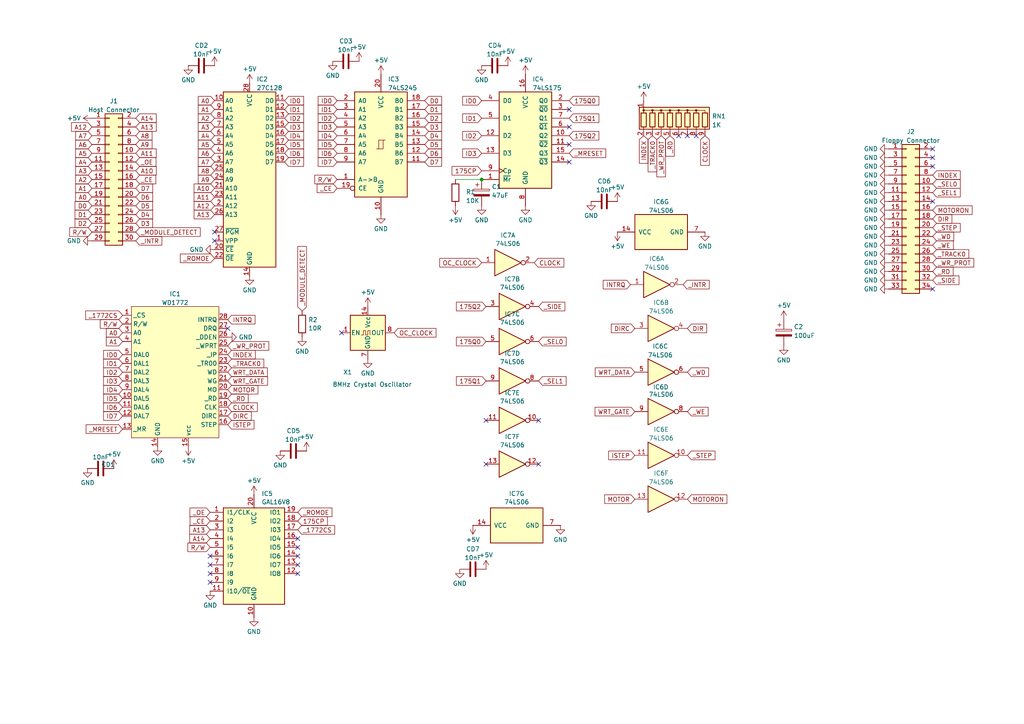
<source format=kicad_sch>
(kicad_sch (version 20231120) (generator "eeschema") (generator_version "8.0")
  (paper "A4")
  (junction (at 139.7 52.07))
  (no_connect (at 270.51 83.82))
  (no_connect (at 165.1 41.91))
  (no_connect (at 86.36 156.21))
  (no_connect (at 270.51 48.26))
  (no_connect (at 62.23 67.31))
  (no_connect (at 86.36 163.83))
  (no_connect (at 60.96 161.29))
  (no_connect (at 140.97 121.92))
  (no_connect (at 86.36 166.37))
  (no_connect (at 140.97 134.62))
  (no_connect (at 156.21 134.62))
  (no_connect (at 99.06 96.52))
  (no_connect (at 270.51 45.72))
  (no_connect (at 60.96 163.83))
  (no_connect (at 270.51 58.42))
  (no_connect (at 165.1 36.83))
  (no_connect (at 60.96 166.37))
  (no_connect (at 60.96 168.91))
  (no_connect (at 165.1 46.99))
  (no_connect (at 270.51 43.18))
  (no_connect (at 66.04 95.25))
  (no_connect (at 62.23 69.85))
  (no_connect (at 196.85 39.37))
  (no_connect (at 165.1 31.75))
  (no_connect (at 199.39 39.37))
  (no_connect (at 156.21 121.92))
  (no_connect (at 86.36 161.29))
  (no_connect (at 86.36 158.75))
  (no_connect (at 201.93 39.37))
  (wire (pts (xy 132.08 52.07) (xy 139.7 52.07)))
  (global_label "ID3" (shape input) (at 97.79 36.83 180) (property "Intersheetrefs" "${INTERSHEET_REFS}" (effects (hide yes))))
  (global_label "D2" (shape input) (at 26.67 64.77 180) (property "Intersheetrefs" "${INTERSHEET_REFS}" (effects (hide yes))))
  (global_label "A3" (shape input) (at 26.67 49.53 180) (property "Intersheetrefs" "${INTERSHEET_REFS}" (effects (hide yes))))
  (global_label "ID2" (shape input) (at 97.79 34.29 180) (property "Intersheetrefs" "${INTERSHEET_REFS}" (effects (hide yes))))
  (global_label "A7" (shape input) (at 26.67 39.37 180) (property "Intersheetrefs" "${INTERSHEET_REFS}" (effects (hide yes))))
  (global_label "A6" (shape input) (at 26.67 41.91 180) (property "Intersheetrefs" "${INTERSHEET_REFS}" (effects (hide yes))))
  (global_label "DIRC" (shape input) (at 184.15 95.25 180) (property "Intersheetrefs" "${INTERSHEET_REFS}" (effects (hide yes))))
  (global_label "A1" (shape input) (at 26.67 54.61 180) (property "Intersheetrefs" "${INTERSHEET_REFS}" (effects (hide yes))))
  (global_label "A8" (shape input) (at 39.37 39.37 0) (property "Intersheetrefs" "${INTERSHEET_REFS}" (effects (hide yes))))
  (global_label "D3" (shape input) (at 39.37 64.77 0) (property "Intersheetrefs" "${INTERSHEET_REFS}" (effects (hide yes))))
  (global_label "_WD" (shape input) (at 270.51 68.58 0) (property "Intersheetrefs" "${INTERSHEET_REFS}" (effects (hide yes))))
  (global_label "A0" (shape input) (at 26.67 57.15 180) (property "Intersheetrefs" "${INTERSHEET_REFS}" (effects (hide yes))))
  (global_label "A5" (shape input) (at 62.23 41.91 180) (property "Intersheetrefs" "${INTERSHEET_REFS}" (effects (hide yes))))
  (global_label "ID1" (shape input) (at 97.79 31.75 180) (property "Intersheetrefs" "${INTERSHEET_REFS}" (effects (hide yes))))
  (global_label "MOTOR" (shape input) (at 66.04 113.03 0) (property "Intersheetrefs" "${INTERSHEET_REFS}" (effects (hide yes))))
  (global_label "_TRACK0" (shape input) (at 66.04 105.41 0) (property "Intersheetrefs" "${INTERSHEET_REFS}" (effects (hide yes))))
  (global_label "D0" (shape input) (at 26.67 59.69 180) (property "Intersheetrefs" "${INTERSHEET_REFS}" (effects (hide yes))))
  (global_label "_STEP" (shape input) (at 270.51 66.04 0) (property "Intersheetrefs" "${INTERSHEET_REFS}" (effects (hide yes))))
  (global_label "_RD" (shape input) (at 194.31 39.37 270) (property "Intersheetrefs" "${INTERSHEET_REFS}" (effects (hide yes))))
  (global_label "_OE" (shape input) (at 39.37 46.99 0) (property "Intersheetrefs" "${INTERSHEET_REFS}" (effects (hide yes))))
  (global_label "_WR_PROT" (shape input) (at 270.51 76.2 0) (property "Intersheetrefs" "${INTERSHEET_REFS}" (effects (hide yes))))
  (global_label "A2" (shape input) (at 26.67 52.07 180) (property "Intersheetrefs" "${INTERSHEET_REFS}" (effects (hide yes))))
  (global_label "_MODULE_DETECT" (shape input) (at 39.37 67.31 0) (property "Intersheetrefs" "${INTERSHEET_REFS}" (effects (hide yes))))
  (global_label "ID5" (shape input) (at 35.56 115.57 180) (property "Intersheetrefs" "${INTERSHEET_REFS}" (effects (hide yes))))
  (global_label "R{slash}W" (shape input) (at 60.96 158.75 180) (property "Intersheetrefs" "${INTERSHEET_REFS}" (effects (hide yes))))
  (global_label "ID2" (shape input) (at 139.7 39.37 180) (property "Intersheetrefs" "${INTERSHEET_REFS}" (effects (hide yes))))
  (global_label "175CP" (shape input) (at 139.7 49.53 180) (property "Intersheetrefs" "${INTERSHEET_REFS}" (effects (hide yes))))
  (global_label "CLOCK" (shape input) (at 154.94 76.2 0) (property "Intersheetrefs" "${INTERSHEET_REFS}" (effects (hide yes))))
  (global_label "D4" (shape input) (at 123.19 39.37 0) (property "Intersheetrefs" "${INTERSHEET_REFS}" (effects (hide yes))))
  (global_label "D6" (shape input) (at 123.19 44.45 0) (property "Intersheetrefs" "${INTERSHEET_REFS}" (effects (hide yes))))
  (global_label "ID6" (shape input) (at 35.56 118.11 180) (property "Intersheetrefs" "${INTERSHEET_REFS}" (effects (hide yes))))
  (global_label "_SEL0" (shape input) (at 156.21 99.06 0) (property "Intersheetrefs" "${INTERSHEET_REFS}" (effects (hide yes))))
  (global_label "_STEP" (shape input) (at 199.39 132.08 0) (property "Intersheetrefs" "${INTERSHEET_REFS}" (effects (hide yes))))
  (global_label "_INTR" (shape input) (at 39.37 69.85 0) (property "Intersheetrefs" "${INTERSHEET_REFS}" (effects (hide yes))))
  (global_label "ID3" (shape input) (at 82.55 36.83 0) (property "Intersheetrefs" "${INTERSHEET_REFS}" (effects (hide yes))))
  (global_label "A10" (shape input) (at 39.37 49.53 0) (property "Intersheetrefs" "${INTERSHEET_REFS}" (effects (hide yes))))
  (global_label "ID4" (shape input) (at 97.79 39.37 180) (property "Intersheetrefs" "${INTERSHEET_REFS}" (effects (hide yes))))
  (global_label "_TRACK0" (shape input) (at 270.51 73.66 0) (property "Intersheetrefs" "${INTERSHEET_REFS}" (effects (hide yes))))
  (global_label "_1772CS" (shape input) (at 86.36 153.67 0) (property "Intersheetrefs" "${INTERSHEET_REFS}" (effects (hide yes))))
  (global_label "_TRACK0" (shape input) (at 189.23 39.37 270) (property "Intersheetrefs" "${INTERSHEET_REFS}" (effects (hide yes))))
  (global_label "_WD" (shape input) (at 199.39 107.95 0) (property "Intersheetrefs" "${INTERSHEET_REFS}" (effects (hide yes))))
  (global_label "ID4" (shape input) (at 82.55 39.37 0) (property "Intersheetrefs" "${INTERSHEET_REFS}" (effects (hide yes))))
  (global_label "_RD" (shape input) (at 270.51 78.74 0) (property "Intersheetrefs" "${INTERSHEET_REFS}" (effects (hide yes))))
  (global_label "A12" (shape input) (at 26.67 36.83 180) (property "Intersheetrefs" "${INTERSHEET_REFS}" (effects (hide yes))))
  (global_label "A9" (shape input) (at 62.23 52.07 180) (property "Intersheetrefs" "${INTERSHEET_REFS}" (effects (hide yes))))
  (global_label "ID1" (shape input) (at 139.7 34.29 180) (property "Intersheetrefs" "${INTERSHEET_REFS}" (effects (hide yes))))
  (global_label "A0" (shape input) (at 35.56 96.52 180) (property "Intersheetrefs" "${INTERSHEET_REFS}" (effects (hide yes))))
  (global_label "WRT_GATE" (shape input) (at 66.04 110.49 0) (property "Intersheetrefs" "${INTERSHEET_REFS}" (effects (hide yes))))
  (global_label "ID6" (shape input) (at 82.55 44.45 0) (property "Intersheetrefs" "${INTERSHEET_REFS}" (effects (hide yes))))
  (global_label "ID3" (shape input) (at 35.56 110.49 180) (property "Intersheetrefs" "${INTERSHEET_REFS}" (effects (hide yes))))
  (global_label "ID7" (shape input) (at 35.56 120.65 180) (property "Intersheetrefs" "${INTERSHEET_REFS}" (effects (hide yes))))
  (global_label "_SEL0" (shape input) (at 270.51 53.34 0) (property "Intersheetrefs" "${INTERSHEET_REFS}" (effects (hide yes))))
  (global_label "A3" (shape input) (at 62.23 36.83 180) (property "Intersheetrefs" "${INTERSHEET_REFS}" (effects (hide yes))))
  (global_label "D7" (shape input) (at 39.37 54.61 0) (property "Intersheetrefs" "${INTERSHEET_REFS}" (effects (hide yes))))
  (global_label "A4" (shape input) (at 62.23 39.37 180) (property "Intersheetrefs" "${INTERSHEET_REFS}" (effects (hide yes))))
  (global_label "D1" (shape input) (at 123.19 31.75 0) (property "Intersheetrefs" "${INTERSHEET_REFS}" (effects (hide yes))))
  (global_label "ISTEP" (shape input) (at 66.04 123.19 0) (property "Intersheetrefs" "${INTERSHEET_REFS}" (effects (hide yes))))
  (global_label "D0" (shape input) (at 123.19 29.21 0) (property "Intersheetrefs" "${INTERSHEET_REFS}" (effects (hide yes))))
  (global_label "_WE" (shape input) (at 270.51 71.12 0) (property "Intersheetrefs" "${INTERSHEET_REFS}" (effects (hide yes))))
  (global_label "_SEL1" (shape input) (at 270.51 55.88 0) (property "Intersheetrefs" "${INTERSHEET_REFS}" (effects (hide yes))))
  (global_label "ID4" (shape input) (at 35.56 113.03 180) (property "Intersheetrefs" "${INTERSHEET_REFS}" (effects (hide yes))))
  (global_label "A0" (shape input) (at 62.23 29.21 180) (property "Intersheetrefs" "${INTERSHEET_REFS}" (effects (hide yes))))
  (global_label "DIR" (shape input) (at 199.39 95.25 0) (property "Intersheetrefs" "${INTERSHEET_REFS}" (effects (hide yes))))
  (global_label "R{slash}W" (shape input) (at 97.79 52.07 180) (property "Intersheetrefs" "${INTERSHEET_REFS}" (effects (hide yes))))
  (global_label "D7" (shape input) (at 123.19 46.99 0) (property "Intersheetrefs" "${INTERSHEET_REFS}" (effects (hide yes))))
  (global_label "WRT_DATA" (shape input) (at 184.15 107.95 180) (property "Intersheetrefs" "${INTERSHEET_REFS}" (effects (hide yes))))
  (global_label "A9" (shape input) (at 39.37 41.91 0) (property "Intersheetrefs" "${INTERSHEET_REFS}" (effects (hide yes))))
  (global_label "DIRC" (shape input) (at 66.04 120.65 0) (property "Intersheetrefs" "${INTERSHEET_REFS}" (effects (hide yes))))
  (global_label "_SIDE" (shape input) (at 270.51 81.28 0) (property "Intersheetrefs" "${INTERSHEET_REFS}" (effects (hide yes))))
  (global_label "_CE" (shape input) (at 97.79 54.61 180) (property "Intersheetrefs" "${INTERSHEET_REFS}" (effects (hide yes))))
  (global_label "ID2" (shape input) (at 35.56 107.95 180) (property "Intersheetrefs" "${INTERSHEET_REFS}" (effects (hide yes))))
  (global_label "_1772CS" (shape input) (at 35.56 91.44 180) (property "Intersheetrefs" "${INTERSHEET_REFS}" (effects (hide yes))))
  (global_label "175Q0" (shape input) (at 165.1 29.21 0) (property "Intersheetrefs" "${INTERSHEET_REFS}" (effects (hide yes))))
  (global_label "ID2" (shape input) (at 82.55 34.29 0) (property "Intersheetrefs" "${INTERSHEET_REFS}" (effects (hide yes))))
  (global_label "CLOCK" (shape input) (at 204.47 39.37 270) (property "Intersheetrefs" "${INTERSHEET_REFS}" (effects (hide yes))))
  (global_label "A1" (shape input) (at 35.56 99.06 180) (property "Intersheetrefs" "${INTERSHEET_REFS}" (effects (hide yes))))
  (global_label "MOTOR" (shape input) (at 184.15 144.78 180) (property "Intersheetrefs" "${INTERSHEET_REFS}" (effects (hide yes))))
  (global_label "_ROMOE" (shape input) (at 86.36 148.59 0) (property "Intersheetrefs" "${INTERSHEET_REFS}" (effects (hide yes))))
  (global_label "_INTR" (shape input) (at 198.12 82.55 0) (property "Intersheetrefs" "${INTERSHEET_REFS}" (effects (hide yes))))
  (global_label "INTRQ" (shape input) (at 66.04 92.71 0) (property "Intersheetrefs" "${INTERSHEET_REFS}" (effects (hide yes))))
  (global_label "_WR_PROT" (shape input) (at 191.77 39.37 270) (property "Intersheetrefs" "${INTERSHEET_REFS}" (effects (hide yes))))
  (global_label "A1" (shape input) (at 62.23 31.75 180) (property "Intersheetrefs" "${INTERSHEET_REFS}" (effects (hide yes))))
  (global_label "ID6" (shape input) (at 97.79 44.45 180) (property "Intersheetrefs" "${INTERSHEET_REFS}" (effects (hide yes))))
  (global_label "_WR_PROT" (shape input) (at 66.04 100.33 0) (property "Intersheetrefs" "${INTERSHEET_REFS}" (effects (hide yes))))
  (global_label "OC_CLOCK" (shape input) (at 139.7 76.2 180) (property "Intersheetrefs" "${INTERSHEET_REFS}" (effects (hide yes))))
  (global_label "ID0" (shape input) (at 35.56 102.87 180) (property "Intersheetrefs" "${INTERSHEET_REFS}" (effects (hide yes))))
  (global_label "_OE" (shape input) (at 60.96 148.59 180) (property "Intersheetrefs" "${INTERSHEET_REFS}" (effects (hide yes))))
  (global_label "INTRQ" (shape input) (at 182.88 82.55 180) (property "Intersheetrefs" "${INTERSHEET_REFS}" (effects (hide yes))))
  (global_label "D5" (shape input) (at 39.37 59.69 0) (property "Intersheetrefs" "${INTERSHEET_REFS}" (effects (hide yes))))
  (global_label "A8" (shape input) (at 62.23 49.53 180) (property "Intersheetrefs" "${INTERSHEET_REFS}" (effects (hide yes))))
  (global_label "_MRESET" (shape input) (at 165.1 44.45 0) (property "Intersheetrefs" "${INTERSHEET_REFS}" (effects (hide yes))))
  (global_label "ID3" (shape input) (at 139.7 44.45 180) (property "Intersheetrefs" "${INTERSHEET_REFS}" (effects (hide yes))))
  (global_label "A10" (shape input) (at 62.23 54.61 180) (property "Intersheetrefs" "${INTERSHEET_REFS}" (effects (hide yes))))
  (global_label "A11" (shape input) (at 62.23 57.15 180) (property "Intersheetrefs" "${INTERSHEET_REFS}" (effects (hide yes))))
  (global_label "ID7" (shape input) (at 82.55 46.99 0) (property "Intersheetrefs" "${INTERSHEET_REFS}" (effects (hide yes))))
  (global_label "175Q1" (shape input) (at 165.1 34.29 0) (property "Intersheetrefs" "${INTERSHEET_REFS}" (effects (hide yes))))
  (global_label "175Q2" (shape input) (at 165.1 39.37 0) (property "Intersheetrefs" "${INTERSHEET_REFS}" (effects (hide yes))))
  (global_label "ISTEP" (shape input) (at 184.15 132.08 180) (property "Intersheetrefs" "${INTERSHEET_REFS}" (effects (hide yes))))
  (global_label "INDEX" (shape input) (at 270.51 50.8 0) (property "Intersheetrefs" "${INTERSHEET_REFS}" (effects (hide yes))))
  (global_label "D2" (shape input) (at 123.19 34.29 0) (property "Intersheetrefs" "${INTERSHEET_REFS}" (effects (hide yes))))
  (global_label "R{slash}W" (shape input) (at 35.56 93.98 180) (property "Intersheetrefs" "${INTERSHEET_REFS}" (effects (hide yes))))
  (global_label "175Q1" (shape input) (at 140.97 110.49 180) (property "Intersheetrefs" "${INTERSHEET_REFS}" (effects (hide yes))))
  (global_label "A13" (shape input) (at 39.37 36.83 0) (property "Intersheetrefs" "${INTERSHEET_REFS}" (effects (hide yes))))
  (global_label "INDEX" (shape input) (at 66.04 102.87 0) (property "Intersheetrefs" "${INTERSHEET_REFS}" (effects (hide yes))))
  (global_label "ID1" (shape input) (at 82.55 31.75 0) (property "Intersheetrefs" "${INTERSHEET_REFS}" (effects (hide yes))))
  (global_label "ID5" (shape input) (at 82.55 41.91 0) (property "Intersheetrefs" "${INTERSHEET_REFS}" (effects (hide yes))))
  (global_label "_MRESET" (shape input) (at 35.56 124.46 180) (property "Intersheetrefs" "${INTERSHEET_REFS}" (effects (hide yes))))
  (global_label "D1" (shape input) (at 26.67 62.23 180) (property "Intersheetrefs" "${INTERSHEET_REFS}" (effects (hide yes))))
  (global_label "175Q0" (shape input) (at 140.97 99.06 180) (property "Intersheetrefs" "${INTERSHEET_REFS}" (effects (hide yes))))
  (global_label "A13" (shape input) (at 62.23 62.23 180) (property "Intersheetrefs" "${INTERSHEET_REFS}" (effects (hide yes))))
  (global_label "_CE" (shape input) (at 39.37 52.07 0) (property "Intersheetrefs" "${INTERSHEET_REFS}" (effects (hide yes))))
  (global_label "_ROMOE" (shape input) (at 62.23 74.93 180) (property "Intersheetrefs" "${INTERSHEET_REFS}" (effects (hide yes))))
  (global_label "MOTORON" (shape input) (at 199.39 144.78 0) (property "Intersheetrefs" "${INTERSHEET_REFS}" (effects (hide yes))))
  (global_label "_SIDE" (shape input) (at 156.21 88.9 0) (property "Intersheetrefs" "${INTERSHEET_REFS}" (effects (hide yes))))
  (global_label "A12" (shape input) (at 62.23 59.69 180) (property "Intersheetrefs" "${INTERSHEET_REFS}" (effects (hide yes))))
  (global_label "ID0" (shape input) (at 82.55 29.21 0) (property "Intersheetrefs" "${INTERSHEET_REFS}" (effects (hide yes))))
  (global_label "_CE" (shape input) (at 60.96 151.13 180) (property "Intersheetrefs" "${INTERSHEET_REFS}" (effects (hide yes))))
  (global_label "A14" (shape input) (at 39.37 34.29 0) (property "Intersheetrefs" "${INTERSHEET_REFS}" (effects (hide yes))))
  (global_label "D5" (shape input) (at 123.19 41.91 0) (property "Intersheetrefs" "${INTERSHEET_REFS}" (effects (hide yes))))
  (global_label "175CP" (shape input) (at 86.36 151.13 0) (property "Intersheetrefs" "${INTERSHEET_REFS}" (effects (hide yes))))
  (global_label "A7" (shape input) (at 62.23 46.99 180) (property "Intersheetrefs" "${INTERSHEET_REFS}" (effects (hide yes))))
  (global_label "_RD" (shape input) (at 66.04 115.57 0) (property "Intersheetrefs" "${INTERSHEET_REFS}" (effects (hide yes))))
  (global_label "_SEL1" (shape input) (at 156.21 110.49 0) (property "Intersheetrefs" "${INTERSHEET_REFS}" (effects (hide yes))))
  (global_label "A14" (shape input) (at 60.96 156.21 180) (property "Intersheetrefs" "${INTERSHEET_REFS}" (effects (hide yes))))
  (global_label "A11" (shape input) (at 39.37 44.45 0) (property "Intersheetrefs" "${INTERSHEET_REFS}" (effects (hide yes))))
  (global_label "A2" (shape input) (at 62.23 34.29 180) (property "Intersheetrefs" "${INTERSHEET_REFS}" (effects (hide yes))))
  (global_label "D4" (shape input) (at 39.37 62.23 0) (property "Intersheetrefs" "${INTERSHEET_REFS}" (effects (hide yes))))
  (global_label "ID0" (shape input) (at 139.7 29.21 180) (property "Intersheetrefs" "${INTERSHEET_REFS}" (effects (hide yes))))
  (global_label "INDEX" (shape input) (at 186.69 39.37 270) (property "Intersheetrefs" "${INTERSHEET_REFS}" (effects (hide yes))))
  (global_label "ID0" (shape input) (at 97.79 29.21 180) (property "Intersheetrefs" "${INTERSHEET_REFS}" (effects (hide yes))))
  (global_label "175Q2" (shape input) (at 140.97 88.9 180) (property "Intersheetrefs" "${INTERSHEET_REFS}" (effects (hide yes))))
  (global_label "OC_CLOCK" (shape input) (at 114.3 96.52 0) (property "Intersheetrefs" "${INTERSHEET_REFS}" (effects (hide yes))))
  (global_label "D3" (shape input) (at 123.19 36.83 0) (property "Intersheetrefs" "${INTERSHEET_REFS}" (effects (hide yes))))
  (global_label "ID1" (shape input) (at 35.56 105.41 180) (property "Intersheetrefs" "${INTERSHEET_REFS}" (effects (hide yes))))
  (global_label "D6" (shape input) (at 39.37 57.15 0) (property "Intersheetrefs" "${INTERSHEET_REFS}" (effects (hide yes))))
  (global_label "A4" (shape input) (at 26.67 46.99 180) (property "Intersheetrefs" "${INTERSHEET_REFS}" (effects (hide yes))))
  (global_label "MOTORON" (shape input) (at 270.51 60.96 0) (property "Intersheetrefs" "${INTERSHEET_REFS}" (effects (hide yes))))
  (global_label "ID7" (shape input) (at 97.79 46.99 180) (property "Intersheetrefs" "${INTERSHEET_REFS}" (effects (hide yes))))
  (global_label "R{slash}W" (shape input) (at 26.67 67.31 180) (property "Intersheetrefs" "${INTERSHEET_REFS}" (effects (hide yes))))
  (global_label "A5" (shape input) (at 26.67 44.45 180) (property "Intersheetrefs" "${INTERSHEET_REFS}" (effects (hide yes))))
  (global_label "WRT_GATE" (shape input) (at 184.15 119.38 180) (property "Intersheetrefs" "${INTERSHEET_REFS}" (effects (hide yes))))
  (global_label "_MODULE_DETECT" (shape input) (at 87.63 90.17 90) (property "Intersheetrefs" "${INTERSHEET_REFS}" (effects (hide yes))))
  (global_label "A6" (shape input) (at 62.23 44.45 180) (property "Intersheetrefs" "${INTERSHEET_REFS}" (effects (hide yes))))
  (global_label "DIR" (shape input) (at 270.51 63.5 0) (property "Intersheetrefs" "${INTERSHEET_REFS}" (effects (hide yes))))
  (global_label "CLOCK" (shape input) (at 66.04 118.11 0) (property "Intersheetrefs" "${INTERSHEET_REFS}" (effects (hide yes))))
  (global_label "ID5" (shape input) (at 97.79 41.91 180) (property "Intersheetrefs" "${INTERSHEET_REFS}" (effects (hide yes))))
  (global_label "A13" (shape input) (at 60.96 153.67 180) (property "Intersheetrefs" "${INTERSHEET_REFS}" (effects (hide yes))))
  (global_label "WRT_DATA" (shape input) (at 66.04 107.95 0) (property "Intersheetrefs" "${INTERSHEET_REFS}" (effects (hide yes))))
  (global_label "_WE" (shape input) (at 199.39 119.38 0) (property "Intersheetrefs" "${INTERSHEET_REFS}" (effects (hide yes))))
  (symbol (lib_name "GND_1") (lib_id "power:GND") (at 26.67 69.85 270) (unit 1)
    (property "Reference" "#PWR03" (effects (hide yes)))
    (property "Value" "GND" (at 23.4951 69.85 90) (effects (justify right)))
    (property "Description" "Power symbol creates a global label with name \"GND\" , ground" (effects (hide yes)))
  )
  (symbol (lib_id "74xx:74LS06") (at 191.77 107.95 0) (unit 3)
    (property "Reference" "IC6" (at 191.516 100.4402 0))
    (property "Value" "74LS06" (at 191.516 102.9771 0))
    (property "Footprint" "Package_DIP:DIP-14_W7.62mm" (effects (hide yes)))
    (property "Datasheet" "http://www.ti.com/lit/gpn/sn74LS06" (effects (hide yes)))
  )
  (symbol (lib_id "Connector_Generic:Conn_02x15_Odd_Even") (at 31.75 52.07 0) (unit 1)
    (property "Reference" "J1" (at 33.02 29.3202 0))
    (property "Value" "Host Connector" (at 33.02 31.8571 0))
    (property "Footprint" "Connector_PinSocket_2.54mm:PinSocket_2x15_P2.54mm_Horizontal" (effects (hide yes)))
  )
  (symbol (lib_name "GND_5") (lib_id "power:GND") (at 162.56 152.4 0) (unit 1)
    (property "Reference" "#PWR028" (effects (hide yes)))
    (property "Value" "GND" (at 162.56 156.5331 0))
    (property "Description" "Power symbol creates a global label with name \"GND\" , ground" (effects (hide yes)))
  )
  (symbol (lib_id "Device:R_Network08") (at 196.85 34.29 0) (unit 1)
    (property "Reference" "RN1" (at 206.502 33.7093 0) (effects (justify left)))
    (property "Value" "1K" (at 206.502 36.2462 0) (effects (justify left)))
    (property "Footprint" "Resistor_THT:R_Array_SIP9" (effects (hide yes)))
    (property "Datasheet" "http://www.vishay.com/docs/31509/csc.pdf" (effects (hide yes)))
  )
  (symbol (lib_name "+5V_3") (lib_id "power:+5V") (at 132.08 59.69 180) (unit 1)
    (property "Reference" "#PWR017" (effects (hide yes)))
    (property "Value" "+5V" (at 132.08 63.8231 0))
    (property "Description" "Power symbol creates a global label with name \"+5V\"" (effects (hide yes)))
  )
  (symbol (lib_id "Device:C_Polarized") (at 139.7 55.88 0) (unit 1)
    (property "Reference" "C1" (at 142.621 54.1563 0) (effects (justify left)))
    (property "Value" "47uF" (at 142.621 56.6932 0) (effects (justify left)))
    (property "Footprint" "Capacitor_THT:CP_Radial_D8.0mm_P3.80mm" (effects (hide yes)))
  )
  (symbol (lib_name "GND_5") (lib_id "power:GND") (at 257.81 50.8 270) (unit 1)
    (property "Reference" "#PWR032" (effects (hide yes)))
    (property "Value" "GND" (at 254.6351 50.8 90) (effects (justify right)))
    (property "Description" "Power symbol creates a global label with name \"GND\" , ground" (effects (hide yes)))
  )
  (symbol (lib_name "+5V_2") (lib_id "power:+5V") (at 62.23 19.05 0) (unit 1)
    (property "Reference" "#PWR08" (effects (hide yes)))
    (property "Value" "+5V" (at 62.23 14.9169 0))
    (property "Description" "Power symbol creates a global label with name \"+5V\"" (effects (hide yes)))
  )
  (symbol (lib_name "GND_5") (lib_id "power:GND") (at 257.81 53.34 270) (unit 1)
    (property "Reference" "#PWR033" (effects (hide yes)))
    (property "Value" "GND" (at 254.6351 53.34 90) (effects (justify right)))
    (property "Description" "Power symbol creates a global label with name \"GND\" , ground" (effects (hide yes)))
  )
  (symbol (lib_id "74xx:74LS245") (at 110.49 41.91 0) (unit 1)
    (property "Reference" "IC3" (at 112.5094 22.9702 0) (effects (justify left)))
    (property "Value" "74LS245" (at 112.5094 25.5071 0) (effects (justify left)))
    (property "Footprint" "Package_DIP:DIP-20_W7.62mm" (effects (hide yes)))
    (property "Datasheet" "http://www.ti.com/lit/gpn/sn74LS245" (effects (hide yes)))
  )
  (symbol (lib_name "GND_5") (lib_id "power:GND") (at 227.33 100.33 0) (unit 1)
    (property "Reference" "#PWR052" (effects (hide yes)))
    (property "Value" "GND" (at 227.33 104.4631 0))
    (property "Description" "Power symbol creates a global label with name \"GND\" , ground" (effects (hide yes)))
  )
  (symbol (lib_id "Device:C") (at 175.26 58.42 270) (unit 1)
    (property "Reference" "CD6" (at 175.26 52.5612 90))
    (property "Value" "10nF" (at 175.26 55.0981 90))
    (property "Footprint" "Capacitor_SMD:C_0805_2012Metric_Pad1.18x1.45mm_HandSolder" (effects (hide yes)))
  )
  (symbol (lib_name "GND_4") (lib_id "power:GND") (at 139.7 19.05 0) (unit 1)
    (property "Reference" "#PWR021" (effects (hide yes)))
    (property "Value" "GND" (at 139.7 23.1831 0))
    (property "Description" "Power symbol creates a global label with name \"GND\" , ground" (effects (hide yes)))
  )
  (symbol (lib_id "Device:C") (at 100.33 17.78 270) (unit 1)
    (property "Reference" "CD3" (at 100.33 11.9212 90))
    (property "Value" "10nF" (at 100.33 14.4581 90))
    (property "Footprint" "Capacitor_SMD:C_0805_2012Metric_Pad1.18x1.45mm_HandSolder" (effects (hide yes)))
  )
  (symbol (lib_id "Device:C") (at 143.51 19.05 270) (unit 1)
    (property "Reference" "CD4" (at 143.51 13.1912 90))
    (property "Value" "10nF" (at 143.51 15.7281 90))
    (property "Footprint" "Capacitor_SMD:C_0805_2012Metric_Pad1.18x1.45mm_HandSolder" (effects (hide yes)))
  )
  (symbol (lib_name "+5V_2") (lib_id "power:+5V") (at 110.49 21.59 0) (unit 1)
    (property "Reference" "#PWR012" (effects (hide yes)))
    (property "Value" "+5V" (at 110.49 17.4569 0))
    (property "Description" "Power symbol creates a global label with name \"+5V\"" (effects (hide yes)))
  )
  (symbol (lib_id "Device:R") (at 87.63 93.98 0) (unit 1)
    (property "Reference" "R2" (at 89.408 92.7678 0) (effects (justify left)))
    (property "Value" "10R" (at 89.408 95.1921 0) (effects (justify left)))
    (property "Footprint" "Resistor_THT:R_Axial_DIN0207_L6.3mm_D2.5mm_P10.16mm_Horizontal" (effects (hide yes)))
    (property "Description" "Resistor" (effects (hide yes)))
  )
  (symbol (lib_id "Device:C") (at 85.09 130.81 270) (unit 1)
    (property "Reference" "CD5" (at 85.09 124.9512 90))
    (property "Value" "10nF" (at 85.09 127.4881 90))
    (property "Footprint" "Capacitor_SMD:C_0805_2012Metric_Pad1.18x1.45mm_HandSolder" (effects (hide yes)))
  )
  (symbol (lib_name "+5V_1") (lib_id "power:+5V") (at 26.67 34.29 90) (unit 1)
    (property "Reference" "#PWR02" (effects (hide yes)))
    (property "Value" "+5V" (at 23.4951 34.29 90) (effects (justify left)))
    (property "Description" "Power symbol creates a global label with name \"+5V\"" (effects (hide yes)))
  )
  (symbol (lib_name "GND_5") (lib_id "power:GND") (at 257.81 78.74 270) (unit 1)
    (property "Reference" "#PWR043" (effects (hide yes)))
    (property "Value" "GND" (at 254.6351 78.74 90) (effects (justify right)))
    (property "Description" "Power symbol creates a global label with name \"GND\" , ground" (effects (hide yes)))
  )
  (symbol (lib_id "74xx:74LS06") (at 191.77 144.78 0) (unit 6)
    (property "Reference" "IC6" (at 191.77 137.2702 0))
    (property "Value" "74LS06" (at 191.77 139.8071 0))
    (property "Footprint" "Package_DIP:DIP-14_W7.62mm" (effects (hide yes)))
    (property "Datasheet" "http://www.ti.com/lit/gpn/sn74LS06" (effects (hide yes)))
  )
  (symbol (lib_id "74xx:74LS06") (at 148.59 121.92 0) (unit 5)
    (property "Reference" "IC7" (at 148.59 113.9655 0))
    (property "Value" "74LS06" (at 148.59 116.3898 0))
    (property "Footprint" "Package_DIP:DIP-14_W7.62mm" (effects (hide yes)))
    (property "Datasheet" "http://www.ti.com/lit/gpn/sn74LS06" (effects (hide yes)))
    (property "Description" "Inverter Open Collect" (effects (hide yes)))
  )
  (symbol (lib_id "74xx:74LS06") (at 148.59 110.49 0) (unit 4)
    (property "Reference" "IC7" (at 148.59 102.5355 0))
    (property "Value" "74LS06" (at 148.59 104.9598 0))
    (property "Footprint" "Package_DIP:DIP-14_W7.62mm" (effects (hide yes)))
    (property "Datasheet" "http://www.ti.com/lit/gpn/sn74LS06" (effects (hide yes)))
    (property "Description" "Inverter Open Collect" (effects (hide yes)))
  )
  (symbol (lib_id "Oscillator:CXO_DIP14") (at 106.68 96.52 0) (unit 1)
    (property "Reference" "X1" (at 100.838 107.95 0))
    (property "Value" "8MHz Crystal Oscillator" (at 107.95 111.506 0))
    (property "Footprint" "Oscillator:Oscillator_DIP-14" (effects (hide yes)))
    (property "Datasheet" "http://cdn-reichelt.de/documents/datenblatt/B400/OSZI.pdf" (effects (hide yes)))
    (property "Description" "Crystal Clock Oscillator, DIP14-style metal package" (effects (hide yes)))
  )
  (symbol (lib_name "+5V_3") (lib_id "power:+5V") (at 227.33 92.71 0) (unit 1)
    (property "Reference" "#PWR057" (effects (hide yes)))
    (property "Value" "+5V" (at 227.33 88.5769 0))
    (property "Description" "Power symbol creates a global label with name \"+5V\"" (effects (hide yes)))
  )
  (symbol (lib_id "74xx:74LS06") (at 148.59 134.62 0) (unit 6)
    (property "Reference" "IC7" (at 148.59 126.6655 0))
    (property "Value" "74LS06" (at 148.59 129.0898 0))
    (property "Footprint" "Package_DIP:DIP-14_W7.62mm" (effects (hide yes)))
    (property "Datasheet" "http://www.ti.com/lit/gpn/sn74LS06" (effects (hide yes)))
    (property "Description" "Inverter Open Collect" (effects (hide yes)))
  )
  (symbol (lib_name "+5V_3") (lib_id "power:+5V") (at 73.66 143.51 0) (unit 1)
    (property "Reference" "#PWR05" (effects (hide yes)))
    (property "Value" "+5V" (at 73.66 139.3769 0))
    (property "Description" "Power symbol creates a global label with name \"+5V\"" (effects (hide yes)))
  )
  (symbol (lib_name "GND_5") (lib_id "power:GND") (at 257.81 71.12 270) (unit 1)
    (property "Reference" "#PWR040" (effects (hide yes)))
    (property "Value" "GND" (at 254.6351 71.12 90) (effects (justify right)))
    (property "Description" "Power symbol creates a global label with name \"GND\" , ground" (effects (hide yes)))
  )
  (symbol (lib_name "+5V_2") (lib_id "power:+5V") (at 104.14 17.78 0) (unit 1)
    (property "Reference" "#PWR023" (effects (hide yes)))
    (property "Value" "+5V" (at 104.14 13.6469 0))
    (property "Description" "Power symbol creates a global label with name \"+5V\"" (effects (hide yes)))
  )
  (symbol (lib_id "74xx:74LS06") (at 149.86 152.4 90) (unit 7)
    (property "Reference" "IC7" (at 149.86 143.1755 90))
    (property "Value" "74LS06" (at 149.86 145.5998 90))
    (property "Footprint" "Package_DIP:DIP-14_W7.62mm" (effects (hide yes)))
    (property "Datasheet" "http://www.ti.com/lit/gpn/sn74LS06" (effects (hide yes)))
    (property "Description" "Inverter Open Collect" (effects (hide yes)))
  )
  (symbol (lib_name "GND_2") (lib_id "power:GND") (at 54.61 19.05 0) (unit 1)
    (property "Reference" "#PWR019" (effects (hide yes)))
    (property "Value" "GND" (at 54.61 23.1831 0))
    (property "Description" "Power symbol creates a global label with name \"GND\" , ground" (effects (hide yes)))
  )
  (symbol (lib_name "+5V_2") (lib_id "power:+5V") (at 147.32 19.05 0) (unit 1)
    (property "Reference" "#PWR048" (effects (hide yes)))
    (property "Value" "+5V" (at 147.32 14.9169 0))
    (property "Description" "Power symbol creates a global label with name \"+5V\"" (effects (hide yes)))
  )
  (symbol (lib_name "+5V_3") (lib_id "power:+5V") (at 186.69 29.21 0) (unit 1)
    (property "Reference" "#PWR058" (effects (hide yes)))
    (property "Value" "+5V" (at 186.69 25.0769 0))
    (property "Description" "Power symbol creates a global label with name \"+5V\"" (effects (hide yes)))
  )
  (symbol (lib_name "GND_5") (lib_id "power:GND") (at 171.45 58.42 0) (unit 1)
    (property "Reference" "#PWR053" (effects (hide yes)))
    (property "Value" "GND" (at 171.45 62.5531 0))
    (property "Description" "Power symbol creates a global label with name \"GND\" , ground" (effects (hide yes)))
  )
  (symbol (lib_name "+5V_3") (lib_id "power:+5V") (at 140.97 165.1 0) (unit 1)
    (property "Reference" "#PWR055" (effects (hide yes)))
    (property "Value" "+5V" (at 140.97 160.9669 0))
    (property "Description" "Power symbol creates a global label with name \"+5V\"" (effects (hide yes)))
  )
  (symbol (lib_id "Memory_EPROM:27C128") (at 72.39 52.07 0) (unit 1)
    (property "Reference" "IC2" (at 74.4094 22.9702 0) (effects (justify left)))
    (property "Value" "27C128" (at 74.4094 25.5071 0) (effects (justify left)))
    (property "Footprint" "Package_DIP:DIP-28_W15.24mm" (effects (hide yes)))
    (property "Datasheet" "http://ww1.microchip.com/downloads/en/devicedoc/11003L.pdf" (effects (hide yes)))
  )
  (symbol (lib_id "74xx:74LS06") (at 191.77 132.08 0) (unit 5)
    (property "Reference" "IC6" (at 191.77 124.5702 0))
    (property "Value" "74LS06" (at 191.77 127.1071 0))
    (property "Footprint" "Package_DIP:DIP-14_W7.62mm" (effects (hide yes)))
    (property "Datasheet" "http://www.ti.com/lit/gpn/sn74LS06" (effects (hide yes)))
  )
  (symbol (lib_name "GND_4") (lib_id "power:GND") (at 96.52 17.78 0) (unit 1)
    (property "Reference" "#PWR024" (effects (hide yes)))
    (property "Value" "GND" (at 96.52 21.9131 0))
    (property "Description" "Power symbol creates a global label with name \"GND\" , ground" (effects (hide yes)))
  )
  (symbol (lib_name "GND_5") (lib_id "power:GND") (at 257.81 55.88 270) (unit 1)
    (property "Reference" "#PWR034" (effects (hide yes)))
    (property "Value" "GND" (at 254.6351 55.88 90) (effects (justify right)))
    (property "Description" "Power symbol creates a global label with name \"GND\" , ground" (effects (hide yes)))
  )
  (symbol (lib_id "Device:C_Polarized") (at 227.33 96.52 0) (unit 1)
    (property "Reference" "C2" (at 230.251 94.7963 0) (effects (justify left)))
    (property "Value" "100uF" (at 230.251 97.3332 0) (effects (justify left)))
    (property "Footprint" "Capacitor_THT:CP_Radial_D8.0mm_P5.00mm" (effects (hide yes)))
  )
  (symbol (lib_name "+5V_3") (lib_id "power:+5V") (at 137.16 152.4 180) (unit 1)
    (property "Reference" "#PWR027" (effects (hide yes)))
    (property "Value" "+5V" (at 137.16 156.5331 0))
    (property "Description" "Power symbol creates a global label with name \"+5V\"" (effects (hide yes)))
  )
  (symbol (lib_name "GND_5") (lib_id "power:GND") (at 106.68 104.14 0) (unit 1)
    (property "Reference" "#PWR015" (effects (hide yes)))
    (property "Value" "GND" (at 106.68 108.2731 0))
    (property "Description" "Power symbol creates a global label with name \"GND\" , ground" (effects (hide yes)))
  )
  (symbol (lib_name "GND_5") (lib_id "power:GND") (at 257.81 63.5 270) (unit 1)
    (property "Reference" "#PWR037" (effects (hide yes)))
    (property "Value" "GND" (at 254.6351 63.5 90) (effects (justify right)))
    (property "Description" "Power symbol creates a global label with name \"GND\" , ground" (effects (hide yes)))
  )
  (symbol (lib_id "Device:C") (at 29.21 135.89 270) (unit 1)
    (property "Reference" "CD1" (at 31.369 134.7302 90))
    (property "Value" "10nF" (at 29.21 132.5681 90))
    (property "Footprint" "Capacitor_SMD:C_0805_2012Metric_Pad1.18x1.45mm_HandSolder" (effects (hide yes)))
  )
  (symbol (lib_id "74xx:74LS06") (at 191.77 119.38 0) (unit 4)
    (property "Reference" "IC6" (at 191.643 112.2512 0))
    (property "Value" "74LS06" (at 191.77 114.4071 0))
    (property "Footprint" "Package_DIP:DIP-14_W7.62mm" (effects (hide yes)))
    (property "Datasheet" "http://www.ti.com/lit/gpn/sn74LS06" (effects (hide yes)))
  )
  (symbol (lib_name "GND_5") (lib_id "power:GND") (at 257.81 81.28 270) (unit 1)
    (property "Reference" "#PWR044" (effects (hide yes)))
    (property "Value" "GND" (at 254.6351 81.28 90) (effects (justify right)))
    (property "Description" "Power symbol creates a global label with name \"GND\" , ground" (effects (hide yes)))
  )
  (symbol (lib_name "GND_5") (lib_id "power:GND") (at 257.81 45.72 270) (unit 1)
    (property "Reference" "#PWR030" (effects (hide yes)))
    (property "Value" "GND" (at 254.6351 45.72 90) (effects (justify right)))
    (property "Description" "Power symbol creates a global label with name \"GND\" , ground" (effects (hide yes)))
  )
  (symbol (lib_id "74xx:74LS06") (at 148.59 88.9 0) (unit 2)
    (property "Reference" "IC7" (at 148.59 80.9455 0))
    (property "Value" "74LS06" (at 148.59 83.3698 0))
    (property "Footprint" "Package_DIP:DIP-14_W7.62mm" (effects (hide yes)))
    (property "Datasheet" "http://www.ti.com/lit/gpn/sn74LS06" (effects (hide yes)))
    (property "Description" "Inverter Open Collect" (effects (hide yes)))
  )
  (symbol (lib_name "+5V_3") (lib_id "power:+5V") (at 106.68 88.9 0) (unit 1)
    (property "Reference" "#PWR014" (effects (hide yes)))
    (property "Value" "+5V" (at 106.68 84.7669 0))
    (property "Description" "Power symbol creates a global label with name \"+5V\"" (effects (hide yes)))
  )
  (symbol (lib_name "GND_5") (lib_id "power:GND") (at 152.4 59.69 0) (unit 1)
    (property "Reference" "#PWR022" (effects (hide yes)))
    (property "Value" "GND" (at 152.4 63.8231 0))
    (property "Description" "Power symbol creates a global label with name \"GND\" , ground" (effects (hide yes)))
  )
  (symbol (lib_name "GND_5") (lib_id "power:GND") (at 133.35 165.1 0) (unit 1)
    (property "Reference" "#PWR051" (effects (hide yes)))
    (property "Value" "GND" (at 133.35 169.2331 0))
    (property "Description" "Power symbol creates a global label with name \"GND\" , ground" (effects (hide yes)))
  )
  (symbol (lib_name "+5V_3") (lib_id "power:+5V") (at 88.9 130.81 0) (unit 1)
    (property "Reference" "#PWR04" (effects (hide yes)))
    (property "Value" "+5V" (at 88.9 126.6769 0))
    (property "Description" "Power symbol creates a global label with name \"+5V\"" (effects (hide yes)))
  )
  (symbol (lib_name "GND_5") (lib_id "power:GND") (at 110.49 62.23 0) (unit 1)
    (property "Reference" "#PWR013" (effects (hide yes)))
    (property "Value" "GND" (at 110.49 66.3631 0))
    (property "Description" "Power symbol creates a global label with name \"GND\" , ground" (effects (hide yes)))
  )
  (symbol (lib_id "74xx:74LS06") (at 147.32 76.2 0) (unit 1)
    (property "Reference" "IC7" (at 147.32 68.2455 0))
    (property "Value" "74LS06" (at 147.32 70.6698 0))
    (property "Footprint" "Package_DIP:DIP-14_W7.62mm" (effects (hide yes)))
    (property "Datasheet" "http://www.ti.com/lit/gpn/sn74LS06" (effects (hide yes)))
    (property "Description" "Inverter Open Collect" (effects (hide yes)))
  )
  (symbol (lib_name "GND_2") (lib_id "power:GND") (at 72.39 80.01 0) (unit 1)
    (property "Reference" "#PWR09" (effects (hide yes)))
    (property "Value" "GND" (at 72.39 84.1431 0))
    (property "Description" "Power symbol creates a global label with name \"GND\" , ground" (effects (hide yes)))
  )
  (symbol (lib_id "Connector_Generic:Conn_02x17_Odd_Even") (at 262.89 63.5 0) (unit 1)
    (property "Reference" "J2" (at 264.16 38.2102 0))
    (property "Value" "Floppy Connector" (at 264.16 40.7471 0))
    (property "Footprint" "Connector_PinHeader_2.54mm:PinHeader_2x17_P2.54mm_Vertical" (effects (hide yes)))
  )
  (symbol (lib_name "GND_5") (lib_id "power:GND") (at 257.81 60.96 270) (unit 1)
    (property "Reference" "#PWR036" (effects (hide yes)))
    (property "Value" "GND" (at 254.6351 60.96 90) (effects (justify right)))
    (property "Description" "Power symbol creates a global label with name \"GND\" , ground" (effects (hide yes)))
  )
  (symbol (lib_id "74xx:74LS06") (at 191.77 67.31 90) (unit 7)
    (property "Reference" "IC6" (at 191.77 58.5302 90))
    (property "Value" "74LS06" (at 191.77 61.0671 90))
    (property "Footprint" "Package_DIP:DIP-14_W7.62mm" (effects (hide yes)))
    (property "Datasheet" "http://www.ti.com/lit/gpn/sn74LS06" (effects (hide yes)))
  )
  (symbol (lib_id "Logic_Programmable:GAL16V8") (at 73.66 161.29 0) (unit 1)
    (property "Reference" "IC5" (at 75.8541 143.1755 0) (effects (justify left)))
    (property "Value" "GAL16V8" (at 75.8541 145.5998 0) (effects (justify left)))
    (property "Footprint" "Package_DIP:DIP-20_W7.62mm" (effects (hide yes)))
    (property "Description" "Programmable Logic Array, DIP-20/SOIC-20/PLCC-20" (effects (hide yes)))
  )
  (symbol (lib_name "GND_5") (lib_id "power:GND") (at 257.81 73.66 270) (unit 1)
    (property "Reference" "#PWR041" (effects (hide yes)))
    (property "Value" "GND" (at 254.6351 73.66 90) (effects (justify right)))
    (property "Description" "Power symbol creates a global label with name \"GND\" , ground" (effects (hide yes)))
  )
  (symbol (lib_name "GND_5") (lib_id "power:GND") (at 257.81 58.42 270) (unit 1)
    (property "Reference" "#PWR035" (effects (hide yes)))
    (property "Value" "GND" (at 254.6351 58.42 90) (effects (justify right)))
    (property "Description" "Power symbol creates a global label with name \"GND\" , ground" (effects (hide yes)))
  )
  (symbol (lib_name "GND_5") (lib_id "power:GND") (at 66.04 97.79 90) (unit 1)
    (property "Reference" "#PWR07" (effects (hide yes)))
    (property "Value" "GND" (at 69.215 97.79 90) (effects (justify right)))
    (property "Description" "Power symbol creates a global label with name \"GND\" , ground" (effects (hide yes)))
  )
  (symbol (lib_name "GND_5") (lib_id "power:GND") (at 87.63 97.79 0) (unit 1)
    (property "Reference" "#PWR018" (effects (hide yes)))
    (property "Value" "GND" (at 87.63 101.9231 0))
    (property "Description" "Power symbol creates a global label with name \"GND\" , ground" (effects (hide yes)))
  )
  (symbol (lib_name "GND_5") (lib_id "power:GND") (at 257.81 66.04 270) (unit 1)
    (property "Reference" "#PWR038" (effects (hide yes)))
    (property "Value" "GND" (at 254.6351 66.04 90) (effects (justify right)))
    (property "Description" "Power symbol creates a global label with name \"GND\" , ground" (effects (hide yes)))
  )
  (symbol (lib_name "GND_5") (lib_id "power:GND") (at 204.47 67.31 0) (unit 1)
    (property "Reference" "#PWR026" (effects (hide yes)))
    (property "Value" "GND" (at 204.47 71.4431 0))
    (property "Description" "Power symbol creates a global label with name \"GND\" , ground" (effects (hide yes)))
  )
  (symbol (lib_id "74xx:74LS175") (at 152.4 39.37 0) (unit 1)
    (property "Reference" "IC4" (at 154.4194 22.9702 0) (effects (justify left)))
    (property "Value" "74LS175" (at 154.4194 25.5071 0) (effects (justify left)))
    (property "Footprint" "Package_DIP:DIP-16_W7.62mm" (effects (hide yes)))
    (property "Datasheet" "http://www.ti.com/lit/gpn/sn74LS175" (effects (hide yes)))
  )
  (symbol (lib_id "74xx:74LS06") (at 148.59 99.06 0) (unit 3)
    (property "Reference" "IC7" (at 148.59 91.1055 0))
    (property "Value" "74LS06" (at 148.59 93.5298 0))
    (property "Footprint" "Package_DIP:DIP-14_W7.62mm" (effects (hide yes)))
    (property "Datasheet" "http://www.ti.com/lit/gpn/sn74LS06" (effects (hide yes)))
    (property "Description" "Inverter Open Collect" (effects (hide yes)))
  )
  (symbol (lib_name "+5V_3") (lib_id "power:+5V") (at 54.61 129.54 180) (unit 1)
    (property "Reference" "#PWR047" (effects (hide yes)))
    (property "Value" "+5V" (at 54.61 133.6731 0))
    (property "Description" "Power symbol creates a global label with name \"+5V\"" (effects (hide yes)))
  )
  (symbol (lib_id "74xx:74LS06") (at 191.77 95.25 0) (unit 2)
    (property "Reference" "IC6" (at 191.77 87.7402 0))
    (property "Value" "74LS06" (at 191.77 90.2771 0))
    (property "Footprint" "Package_DIP:DIP-14_W7.62mm" (effects (hide yes)))
    (property "Datasheet" "http://www.ti.com/lit/gpn/sn74LS06" (effects (hide yes)))
  )
  (symbol (lib_name "GND_5") (lib_id "power:GND") (at 257.81 68.58 270) (unit 1)
    (property "Reference" "#PWR039" (effects (hide yes)))
    (property "Value" "GND" (at 254.6351 68.58 90) (effects (justify right)))
    (property "Description" "Power symbol creates a global label with name \"GND\" , ground" (effects (hide yes)))
  )
  (symbol (lib_name "GND_5") (lib_id "power:GND") (at 45.72 129.54 0) (unit 1)
    (property "Reference" "#PWR046" (effects (hide yes)))
    (property "Value" "GND" (at 45.72 133.6731 0))
    (property "Description" "Power symbol creates a global label with name \"GND\" , ground" (effects (hide yes)))
  )
  (symbol (lib_name "GND_5") (lib_id "power:GND") (at 25.4 135.89 0) (unit 1)
    (property "Reference" "#PWR050" (effects (hide yes)))
    (property "Value" "GND" (at 25.4 140.0231 0))
    (property "Description" "Power symbol creates a global label with name \"GND\" , ground" (effects (hide yes)))
  )
  (symbol (lib_name "GND_3") (lib_id "power:GND") (at 62.23 72.39 270) (unit 1)
    (property "Reference" "#PWR06" (effects (hide yes)))
    (property "Value" "GND" (at 59.0551 72.39 90) (effects (justify right)))
    (property "Description" "Power symbol creates a global label with name \"GND\" , ground" (effects (hide yes)))
  )
  (symbol (lib_id "74xx:74LS06") (at 190.5 82.55 0) (unit 1)
    (property "Reference" "IC6" (at 190.5 75.0402 0))
    (property "Value" "74LS06" (at 190.5 77.5771 0))
    (property "Footprint" "Package_DIP:DIP-14_W7.62mm" (effects (hide yes)))
    (property "Datasheet" "http://www.ti.com/lit/gpn/sn74LS06" (effects (hide yes)))
  )
  (symbol (lib_name "GND_5") (lib_id "power:GND") (at 257.81 76.2 270) (unit 1)
    (property "Reference" "#PWR042" (effects (hide yes)))
    (property "Value" "GND" (at 254.6351 76.2 90) (effects (justify right)))
    (property "Description" "Power symbol creates a global label with name \"GND\" , ground" (effects (hide yes)))
  )
  (symbol (lib_name "+5V_3") (lib_id "power:+5V") (at 179.07 67.31 180) (unit 1)
    (property "Reference" "#PWR025" (effects (hide yes)))
    (property "Value" "+5V" (at 179.07 71.4431 0))
    (property "Description" "Power symbol creates a global label with name \"+5V\"" (effects (hide yes)))
  )
  (symbol (lib_name "GND_5") (lib_id "power:GND") (at 257.81 48.26 270) (unit 1)
    (property "Reference" "#PWR031" (effects (hide yes)))
    (property "Value" "GND" (at 254.6351 48.26 90) (effects (justify right)))
    (property "Description" "Power symbol creates a global label with name \"GND\" , ground" (effects (hide yes)))
  )
  (symbol (lib_name "+5V_2") (lib_id "power:+5V") (at 72.39 24.13 0) (unit 1)
    (property "Reference" "#PWR020" (effects (hide yes)))
    (property "Value" "+5V" (at 72.39 19.9969 0))
    (property "Description" "Power symbol creates a global label with name \"+5V\"" (effects (hide yes)))
  )
  (symbol (lib_id "WD1772:WD1772") (at 50.8 114.3 0) (unit 1)
    (property "Reference" "IC1" (at 50.8 85.251 0))
    (property "Value" "WD1772" (at 50.8 87.7879 0))
    (property "Footprint" "Package_DIP:DIP-28_W15.24mm" (effects (hide yes)))
  )
  (symbol (lib_id "Device:R") (at 132.08 55.88 0) (unit 1)
    (property "Reference" "R1" (at 135.128 55.6803 0) (effects (justify left)))
    (property "Value" "10K" (at 135.128 58.2172 0) (effects (justify left)))
    (property "Footprint" "Resistor_THT:R_Axial_DIN0207_L6.3mm_D2.5mm_P10.16mm_Horizontal" (effects (hide yes)))
  )
  (symbol (lib_name "+5V_3") (lib_id "power:+5V") (at 179.07 58.42 0) (unit 1)
    (property "Reference" "#PWR054" (effects (hide yes)))
    (property "Value" "+5V" (at 179.07 54.2869 0))
    (property "Description" "Power symbol creates a global label with name \"+5V\"" (effects (hide yes)))
  )
  (symbol (lib_name "GND_5") (lib_id "power:GND") (at 60.96 171.45 0) (unit 1)
    (property "Reference" "#PWR011" (effects (hide yes)))
    (property "Value" "GND" (at 60.96 175.5831 0))
    (property "Description" "Power symbol creates a global label with name \"GND\" , ground" (effects (hide yes)))
  )
  (symbol (lib_id "Device:C") (at 137.16 165.1 270) (unit 1)
    (property "Reference" "CD7" (at 137.16 159.2412 90))
    (property "Value" "10nF" (at 137.16 161.7781 90))
    (property "Footprint" "Capacitor_SMD:C_0805_2012Metric_Pad1.18x1.45mm_HandSolder" (effects (hide yes)))
  )
  (symbol (lib_name "+5V_3") (lib_id "power:+5V") (at 33.02 135.89 0) (unit 1)
    (property "Reference" "#PWR056" (effects (hide yes)))
    (property "Value" "+5V" (at 33.02 131.7569 0))
    (property "Description" "Power symbol creates a global label with name \"+5V\"" (effects (hide yes)))
  )
  (symbol (lib_name "GND_5") (lib_id "power:GND") (at 81.28 130.81 0) (unit 1)
    (property "Reference" "#PWR01" (effects (hide yes)))
    (property "Value" "GND" (at 81.28 134.9431 0))
    (property "Description" "Power symbol creates a global label with name \"GND\" , ground" (effects (hide yes)))
  )
  (symbol (lib_name "GND_5") (lib_id "power:GND") (at 139.7 59.69 0) (unit 1)
    (property "Reference" "#PWR016" (effects (hide yes)))
    (property "Value" "GND" (at 139.7 63.8231 0))
    (property "Description" "Power symbol creates a global label with name \"GND\" , ground" (effects (hide yes)))
  )
  (symbol (lib_name "GND_5") (lib_id "power:GND") (at 73.66 179.07 0) (unit 1)
    (property "Reference" "#PWR010" (effects (hide yes)))
    (property "Value" "GND" (at 73.66 183.2031 0))
    (property "Description" "Power symbol creates a global label with name \"GND\" , ground" (effects (hide yes)))
  )
  (symbol (lib_name "GND_5") (lib_id "power:GND") (at 257.81 83.82 270) (unit 1)
    (property "Reference" "#PWR045" (effects (hide yes)))
    (property "Value" "GND" (at 254.6351 83.82 90) (effects (justify right)))
    (property "Description" "Power symbol creates a global label with name \"GND\" , ground" (effects (hide yes)))
  )
  (symbol (lib_name "+5V_2") (lib_id "power:+5V") (at 152.4 21.59 0) (unit 1)
    (property "Reference" "#PWR049" (effects (hide yes)))
    (property "Value" "+5V" (at 152.4 17.4569 0))
    (property "Description" "Power symbol creates a global label with name \"+5V\"" (effects (hide yes)))
  )
  (symbol (lib_id "Device:C") (at 58.42 19.05 270) (unit 1)
    (property "Reference" "CD2" (at 58.42 13.1912 90))
    (property "Value" "10nF" (at 58.42 15.7281 90))
    (property "Footprint" "Capacitor_SMD:C_0805_2012Metric_Pad1.18x1.45mm_HandSolder" (effects (hide yes)))
  )
  (symbol (lib_name "GND_5") (lib_id "power:GND") (at 257.81 43.18 270) (unit 1)
    (property "Reference" "#PWR029" (effects (hide yes)))
    (property "Value" "GND" (at 254.6351 43.18 90) (effects (justify right)))
    (property "Description" "Power symbol creates a global label with name \"GND\" , ground" (effects (hide yes)))
  )
)
</source>
